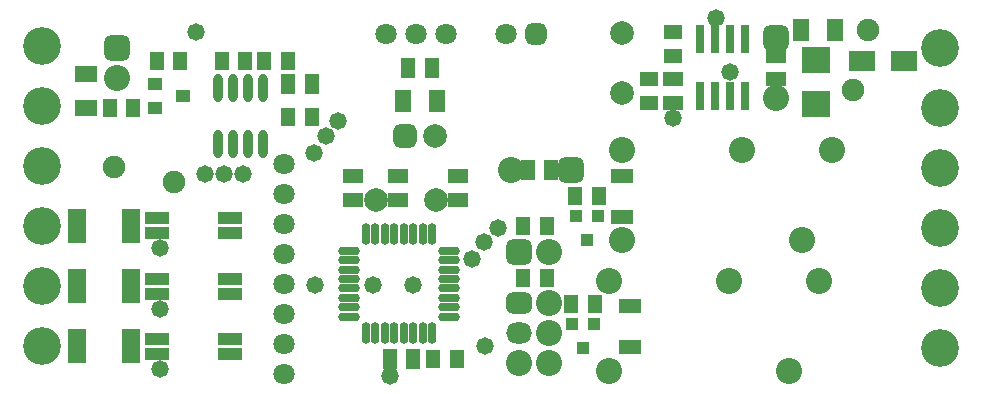
<source format=gbs>
%FSLAX24Y24*%
%MOIN*%
G70*
G01*
G75*
G04 Layer_Color=16711935*
%ADD10R,0.0532X0.0433*%
%ADD11R,0.0571X0.0413*%
%ADD12O,0.0906X0.0236*%
%ADD13R,0.0827X0.0846*%
%ADD14R,0.0433X0.0532*%
%ADD15R,0.0610X0.0787*%
%ADD16C,0.0295*%
%ADD17C,0.0197*%
%ADD18C,0.0394*%
%ADD19R,0.0984X0.0906*%
%ADD20C,0.0787*%
%ADD21C,0.1181*%
%ADD22C,0.0630*%
%ADD23O,0.0787X0.0630*%
G04:AMPARAMS|DCode=24|XSize=63mil|YSize=78.7mil|CornerRadius=15.7mil|HoleSize=0mil|Usage=FLASHONLY|Rotation=270.000|XOffset=0mil|YOffset=0mil|HoleType=Round|Shape=RoundedRectangle|*
%AMROUNDEDRECTD24*
21,1,0.0630,0.0472,0,0,270.0*
21,1,0.0315,0.0787,0,0,270.0*
1,1,0.0315,-0.0236,-0.0157*
1,1,0.0315,-0.0236,0.0157*
1,1,0.0315,0.0236,0.0157*
1,1,0.0315,0.0236,-0.0157*
%
%ADD24ROUNDEDRECTD24*%
G04:AMPARAMS|DCode=25|XSize=78.7mil|YSize=78.7mil|CornerRadius=19.7mil|HoleSize=0mil|Usage=FLASHONLY|Rotation=0.000|XOffset=0mil|YOffset=0mil|HoleType=Round|Shape=RoundedRectangle|*
%AMROUNDEDRECTD25*
21,1,0.0787,0.0394,0,0,0.0*
21,1,0.0394,0.0787,0,0,0.0*
1,1,0.0394,0.0197,-0.0197*
1,1,0.0394,-0.0197,-0.0197*
1,1,0.0394,-0.0197,0.0197*
1,1,0.0394,0.0197,0.0197*
%
%ADD25ROUNDEDRECTD25*%
%ADD26C,0.0709*%
G04:AMPARAMS|DCode=27|XSize=78.7mil|YSize=78.7mil|CornerRadius=19.7mil|HoleSize=0mil|Usage=FLASHONLY|Rotation=270.000|XOffset=0mil|YOffset=0mil|HoleType=Round|Shape=RoundedRectangle|*
%AMROUNDEDRECTD27*
21,1,0.0787,0.0394,0,0,270.0*
21,1,0.0394,0.0787,0,0,270.0*
1,1,0.0394,-0.0197,-0.0197*
1,1,0.0394,-0.0197,0.0197*
1,1,0.0394,0.0197,0.0197*
1,1,0.0394,0.0197,-0.0197*
%
%ADD27ROUNDEDRECTD27*%
%ADD28C,0.0669*%
G04:AMPARAMS|DCode=29|XSize=63mil|YSize=63mil|CornerRadius=15.7mil|HoleSize=0mil|Usage=FLASHONLY|Rotation=180.000|XOffset=0mil|YOffset=0mil|HoleType=Round|Shape=RoundedRectangle|*
%AMROUNDEDRECTD29*
21,1,0.0630,0.0315,0,0,180.0*
21,1,0.0315,0.0630,0,0,180.0*
1,1,0.0315,-0.0157,0.0157*
1,1,0.0315,0.0157,0.0157*
1,1,0.0315,0.0157,-0.0157*
1,1,0.0315,-0.0157,-0.0157*
%
%ADD29ROUNDEDRECTD29*%
G04:AMPARAMS|DCode=30|XSize=70.9mil|YSize=70.9mil|CornerRadius=17.7mil|HoleSize=0mil|Usage=FLASHONLY|Rotation=0.000|XOffset=0mil|YOffset=0mil|HoleType=Round|Shape=RoundedRectangle|*
%AMROUNDEDRECTD30*
21,1,0.0709,0.0354,0,0,0.0*
21,1,0.0354,0.0709,0,0,0.0*
1,1,0.0354,0.0177,-0.0177*
1,1,0.0354,-0.0177,-0.0177*
1,1,0.0354,-0.0177,0.0177*
1,1,0.0354,0.0177,0.0177*
%
%ADD30ROUNDEDRECTD30*%
%ADD31C,0.0500*%
%ADD32R,0.0433X0.0354*%
%ADD33R,0.0689X0.0492*%
%ADD34R,0.0413X0.0571*%
%ADD35R,0.0768X0.0354*%
%ADD36R,0.0532X0.1043*%
%ADD37R,0.0315X0.0354*%
%ADD38R,0.0650X0.0413*%
%ADD39R,0.0236X0.0866*%
%ADD40R,0.0492X0.0689*%
%ADD41R,0.0846X0.0827*%
%ADD42R,0.0787X0.0610*%
%ADD43O,0.0236X0.0866*%
%ADD44O,0.0217X0.0650*%
%ADD45O,0.0650X0.0217*%
%ADD46C,0.0591*%
%ADD47C,0.0787*%
%ADD48C,0.0118*%
%ADD49C,0.0236*%
%ADD50R,0.0591X0.1575*%
%ADD51R,0.0039X0.1654*%
%ADD52R,0.1378X0.2283*%
%ADD53R,0.0612X0.0513*%
%ADD54R,0.0651X0.0493*%
%ADD55O,0.0986X0.0316*%
%ADD56R,0.0907X0.0926*%
%ADD57R,0.0513X0.0612*%
%ADD58R,0.0690X0.0867*%
%ADD59C,0.0867*%
%ADD60C,0.1261*%
%ADD61C,0.0710*%
%ADD62O,0.0867X0.0710*%
G04:AMPARAMS|DCode=63|XSize=71mil|YSize=86.7mil|CornerRadius=19.7mil|HoleSize=0mil|Usage=FLASHONLY|Rotation=270.000|XOffset=0mil|YOffset=0mil|HoleType=Round|Shape=RoundedRectangle|*
%AMROUNDEDRECTD63*
21,1,0.0710,0.0472,0,0,270.0*
21,1,0.0315,0.0867,0,0,270.0*
1,1,0.0395,-0.0236,-0.0157*
1,1,0.0395,-0.0236,0.0157*
1,1,0.0395,0.0236,0.0157*
1,1,0.0395,0.0236,-0.0157*
%
%ADD63ROUNDEDRECTD63*%
G04:AMPARAMS|DCode=64|XSize=86.7mil|YSize=86.7mil|CornerRadius=23.7mil|HoleSize=0mil|Usage=FLASHONLY|Rotation=0.000|XOffset=0mil|YOffset=0mil|HoleType=Round|Shape=RoundedRectangle|*
%AMROUNDEDRECTD64*
21,1,0.0867,0.0394,0,0,0.0*
21,1,0.0394,0.0867,0,0,0.0*
1,1,0.0474,0.0197,-0.0197*
1,1,0.0474,-0.0197,-0.0197*
1,1,0.0474,-0.0197,0.0197*
1,1,0.0474,0.0197,0.0197*
%
%ADD64ROUNDEDRECTD64*%
%ADD65C,0.0789*%
G04:AMPARAMS|DCode=66|XSize=86.7mil|YSize=86.7mil|CornerRadius=23.7mil|HoleSize=0mil|Usage=FLASHONLY|Rotation=270.000|XOffset=0mil|YOffset=0mil|HoleType=Round|Shape=RoundedRectangle|*
%AMROUNDEDRECTD66*
21,1,0.0867,0.0394,0,0,270.0*
21,1,0.0394,0.0867,0,0,270.0*
1,1,0.0474,-0.0197,-0.0197*
1,1,0.0474,-0.0197,0.0197*
1,1,0.0474,0.0197,0.0197*
1,1,0.0474,0.0197,-0.0197*
%
%ADD66ROUNDEDRECTD66*%
%ADD67C,0.0749*%
G04:AMPARAMS|DCode=68|XSize=71mil|YSize=71mil|CornerRadius=19.7mil|HoleSize=0mil|Usage=FLASHONLY|Rotation=180.000|XOffset=0mil|YOffset=0mil|HoleType=Round|Shape=RoundedRectangle|*
%AMROUNDEDRECTD68*
21,1,0.0710,0.0315,0,0,180.0*
21,1,0.0315,0.0710,0,0,180.0*
1,1,0.0395,-0.0157,0.0157*
1,1,0.0395,0.0157,0.0157*
1,1,0.0395,0.0157,-0.0157*
1,1,0.0395,-0.0157,-0.0157*
%
%ADD68ROUNDEDRECTD68*%
G04:AMPARAMS|DCode=69|XSize=78.9mil|YSize=78.9mil|CornerRadius=21.7mil|HoleSize=0mil|Usage=FLASHONLY|Rotation=0.000|XOffset=0mil|YOffset=0mil|HoleType=Round|Shape=RoundedRectangle|*
%AMROUNDEDRECTD69*
21,1,0.0789,0.0354,0,0,0.0*
21,1,0.0354,0.0789,0,0,0.0*
1,1,0.0434,0.0177,-0.0177*
1,1,0.0434,-0.0177,-0.0177*
1,1,0.0434,-0.0177,0.0177*
1,1,0.0434,0.0177,0.0177*
%
%ADD69ROUNDEDRECTD69*%
%ADD70C,0.0580*%
%ADD71R,0.0513X0.0434*%
%ADD72R,0.0769X0.0572*%
%ADD73R,0.0493X0.0651*%
%ADD74R,0.0848X0.0434*%
%ADD75R,0.0612X0.1123*%
%ADD76R,0.0395X0.0434*%
%ADD77R,0.0730X0.0493*%
%ADD78R,0.0316X0.0946*%
%ADD79R,0.0572X0.0769*%
%ADD80R,0.0926X0.0907*%
%ADD81R,0.0867X0.0690*%
%ADD82O,0.0316X0.0946*%
%ADD83O,0.0297X0.0730*%
%ADD84O,0.0730X0.0297*%
D53*
X34016Y23425D02*
D03*
Y22638D02*
D03*
X34803Y25000D02*
D03*
Y24213D02*
D03*
D54*
X24134Y19409D02*
D03*
Y20197D02*
D03*
X25630Y19409D02*
D03*
Y20197D02*
D03*
X27638Y19409D02*
D03*
Y20197D02*
D03*
X34803Y23425D02*
D03*
Y22638D02*
D03*
X38228Y24213D02*
D03*
Y23425D02*
D03*
D57*
X16811Y22480D02*
D03*
X16024D02*
D03*
X17598Y24055D02*
D03*
X18386D02*
D03*
X19764D02*
D03*
X20551D02*
D03*
X21969D02*
D03*
X21181D02*
D03*
X21969Y22165D02*
D03*
X22756D02*
D03*
X26811Y14094D02*
D03*
X27598D02*
D03*
X31417Y15945D02*
D03*
X32205D02*
D03*
X29803Y16811D02*
D03*
X30591D02*
D03*
X29803Y18543D02*
D03*
X30591D02*
D03*
X31535Y19528D02*
D03*
X32323D02*
D03*
D59*
X32677Y13693D02*
D03*
X38677D02*
D03*
X39677Y16693D02*
D03*
X36677D02*
D03*
X32677D02*
D03*
X33110Y18063D02*
D03*
X39110D02*
D03*
X40110Y21063D02*
D03*
X37110D02*
D03*
X33110D02*
D03*
X30685Y13984D02*
D03*
X29685D02*
D03*
X30685Y14984D02*
D03*
Y15984D02*
D03*
Y17677D02*
D03*
X29394Y20394D02*
D03*
X38228Y22819D02*
D03*
X16260Y23488D02*
D03*
D60*
X43701Y14488D02*
D03*
Y16488D02*
D03*
Y18488D02*
D03*
Y20488D02*
D03*
Y22488D02*
D03*
Y24488D02*
D03*
X13780Y14528D02*
D03*
Y16528D02*
D03*
Y18528D02*
D03*
Y20528D02*
D03*
Y22528D02*
D03*
Y24528D02*
D03*
D61*
X21850Y20622D02*
D03*
Y19622D02*
D03*
Y18622D02*
D03*
Y17622D02*
D03*
Y16622D02*
D03*
Y15622D02*
D03*
Y14622D02*
D03*
Y13622D02*
D03*
X29236Y24931D02*
D03*
X27236D02*
D03*
X26236D02*
D03*
X25236D02*
D03*
D62*
X29685Y14984D02*
D03*
D63*
Y15984D02*
D03*
D64*
Y17677D02*
D03*
X31394Y20394D02*
D03*
D65*
X33110Y24976D02*
D03*
Y22976D02*
D03*
X24890Y19409D02*
D03*
X26890D02*
D03*
X26878Y21535D02*
D03*
D66*
X38228Y24819D02*
D03*
X16260Y24488D02*
D03*
D67*
X41299Y25071D02*
D03*
X40799Y23071D02*
D03*
X18181Y20000D02*
D03*
X16181Y20500D02*
D03*
D68*
X30236Y24931D02*
D03*
D69*
X25878Y21535D02*
D03*
D70*
X25354Y13543D02*
D03*
X26142Y16575D02*
D03*
X24803D02*
D03*
X28543Y14528D02*
D03*
X17717Y13780D02*
D03*
Y15787D02*
D03*
X20472Y20276D02*
D03*
X19843D02*
D03*
X19213D02*
D03*
X17717Y17795D02*
D03*
X22874Y16575D02*
D03*
X28976Y18465D02*
D03*
X28504Y17992D02*
D03*
X28110Y17441D02*
D03*
X36693Y23661D02*
D03*
X36220Y25472D02*
D03*
X34803Y22126D02*
D03*
X18898Y25000D02*
D03*
X22835Y20984D02*
D03*
X23228Y21535D02*
D03*
X23622Y22047D02*
D03*
D71*
X17530Y22461D02*
D03*
Y23287D02*
D03*
X18455Y22874D02*
D03*
D72*
X15236Y23593D02*
D03*
Y22470D02*
D03*
D73*
X22756Y23268D02*
D03*
X21969D02*
D03*
X26142Y14094D02*
D03*
X25354D02*
D03*
X30748Y20394D02*
D03*
X29961D02*
D03*
X25984Y23819D02*
D03*
X26772D02*
D03*
D74*
X17608Y14278D02*
D03*
Y14778D02*
D03*
X20030Y14278D02*
D03*
Y14778D02*
D03*
X17608Y16285D02*
D03*
Y16785D02*
D03*
X20030Y16285D02*
D03*
Y16785D02*
D03*
X17608Y18293D02*
D03*
Y18793D02*
D03*
X20030Y18293D02*
D03*
Y18793D02*
D03*
D75*
X14921Y14528D02*
D03*
X16732D02*
D03*
X14921Y16535D02*
D03*
X16732D02*
D03*
X14921Y18543D02*
D03*
X16732D02*
D03*
D76*
X31811Y14488D02*
D03*
X32185Y15276D02*
D03*
X31437D02*
D03*
X31929Y18071D02*
D03*
X32303Y18858D02*
D03*
X31555D02*
D03*
D77*
X33386Y15876D02*
D03*
Y14518D02*
D03*
X33110Y20207D02*
D03*
Y18848D02*
D03*
D78*
X35707Y24774D02*
D03*
X36207D02*
D03*
X36707D02*
D03*
X37207D02*
D03*
X35707Y22864D02*
D03*
X36207D02*
D03*
X36707D02*
D03*
X37207D02*
D03*
D79*
X40207Y25079D02*
D03*
X39085D02*
D03*
X25817Y22717D02*
D03*
X26939D02*
D03*
D80*
X39567Y24085D02*
D03*
Y22608D02*
D03*
D81*
X41111Y24055D02*
D03*
X42511D02*
D03*
D82*
X21144Y21260D02*
D03*
X20644D02*
D03*
X20144D02*
D03*
X19644D02*
D03*
X21144Y23150D02*
D03*
X20644D02*
D03*
X20144D02*
D03*
X19644D02*
D03*
D83*
X24567Y18268D02*
D03*
X24882D02*
D03*
X25197D02*
D03*
X25512D02*
D03*
X25827D02*
D03*
X26142D02*
D03*
X26457D02*
D03*
X26772D02*
D03*
Y14961D02*
D03*
X26457D02*
D03*
X26142D02*
D03*
X25827D02*
D03*
X25512D02*
D03*
X25197D02*
D03*
X24882D02*
D03*
X24567D02*
D03*
D84*
X27323Y17717D02*
D03*
Y17402D02*
D03*
Y17087D02*
D03*
Y16772D02*
D03*
Y16457D02*
D03*
Y16142D02*
D03*
Y15827D02*
D03*
Y15512D02*
D03*
X24016D02*
D03*
Y15827D02*
D03*
Y16142D02*
D03*
Y16457D02*
D03*
Y16772D02*
D03*
Y17087D02*
D03*
Y17402D02*
D03*
Y17717D02*
D03*
M02*

</source>
